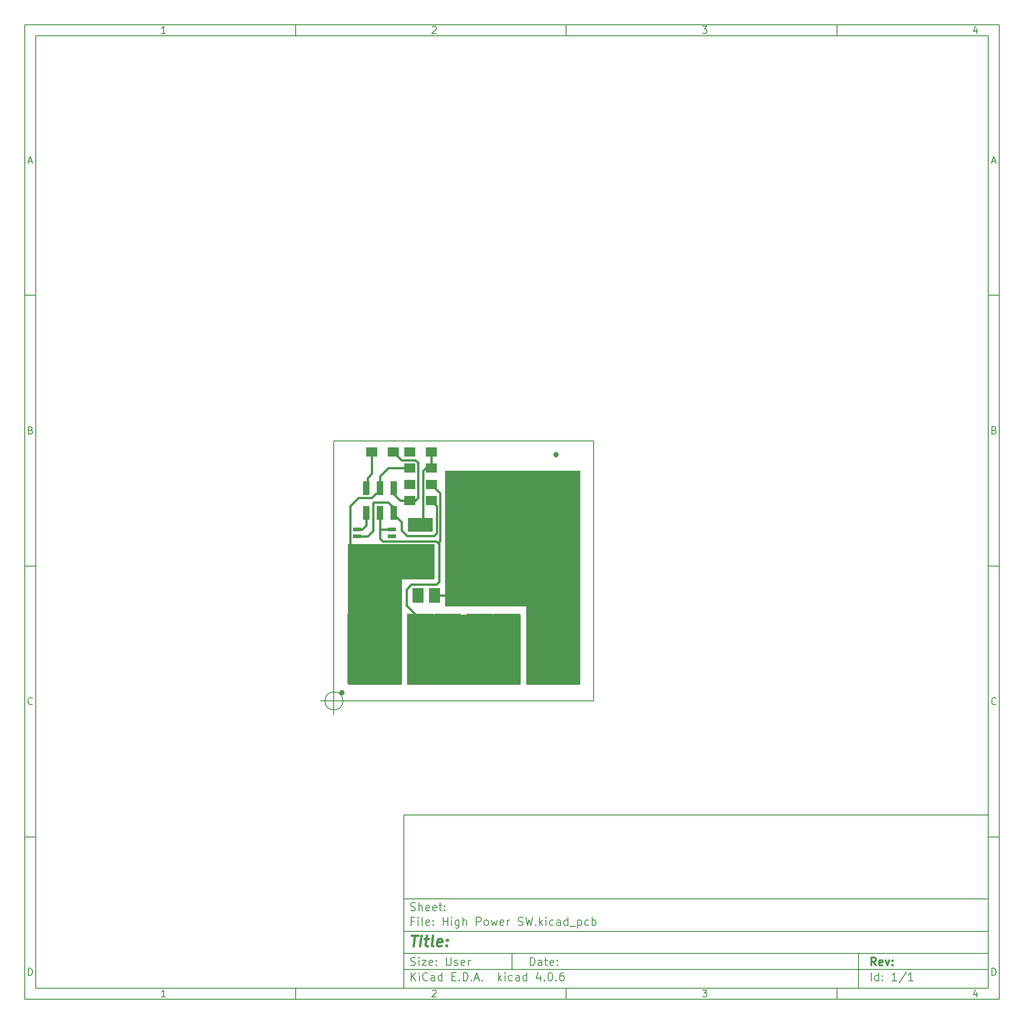
<source format=gbr>
G04 #@! TF.FileFunction,Copper,L1,Top,Signal*
%FSLAX46Y46*%
G04 Gerber Fmt 4.6, Leading zero omitted, Abs format (unit mm)*
G04 Created by KiCad (PCBNEW 4.0.6) date 06/24/17 18:29:06*
%MOMM*%
%LPD*%
G01*
G04 APERTURE LIST*
%ADD10C,0.100000*%
%ADD11C,0.150000*%
%ADD12C,0.300000*%
%ADD13C,0.400000*%
%ADD14R,1.000000X1.000000*%
%ADD15R,9.400000X10.800000*%
%ADD16R,4.600000X2.500000*%
%ADD17R,2.000000X1.700000*%
%ADD18C,1.000000*%
%ADD19R,1.500000X0.750000*%
%ADD20R,1.270000X2.540000*%
%ADD21R,2.000000X2.700000*%
%ADD22R,5.000000X5.000000*%
%ADD23R,5.000000X4.000000*%
%ADD24C,0.600000*%
%ADD25C,0.254000*%
G04 APERTURE END LIST*
D10*
D11*
X79999600Y-155999600D02*
X79999600Y-187999600D01*
X187999600Y-187999600D01*
X187999600Y-155999600D01*
X79999600Y-155999600D01*
D10*
D11*
X10000000Y-10000000D02*
X10000000Y-189999600D01*
X189999600Y-189999600D01*
X189999600Y-10000000D01*
X10000000Y-10000000D01*
D10*
D11*
X12000000Y-12000000D02*
X12000000Y-187999600D01*
X187999600Y-187999600D01*
X187999600Y-12000000D01*
X12000000Y-12000000D01*
D10*
D11*
X60000000Y-12000000D02*
X60000000Y-10000000D01*
D10*
D11*
X110000000Y-12000000D02*
X110000000Y-10000000D01*
D10*
D11*
X160000000Y-12000000D02*
X160000000Y-10000000D01*
D10*
D11*
X35990476Y-11588095D02*
X35247619Y-11588095D01*
X35619048Y-11588095D02*
X35619048Y-10288095D01*
X35495238Y-10473810D01*
X35371429Y-10597619D01*
X35247619Y-10659524D01*
D10*
D11*
X85247619Y-10411905D02*
X85309524Y-10350000D01*
X85433333Y-10288095D01*
X85742857Y-10288095D01*
X85866667Y-10350000D01*
X85928571Y-10411905D01*
X85990476Y-10535714D01*
X85990476Y-10659524D01*
X85928571Y-10845238D01*
X85185714Y-11588095D01*
X85990476Y-11588095D01*
D10*
D11*
X135185714Y-10288095D02*
X135990476Y-10288095D01*
X135557143Y-10783333D01*
X135742857Y-10783333D01*
X135866667Y-10845238D01*
X135928571Y-10907143D01*
X135990476Y-11030952D01*
X135990476Y-11340476D01*
X135928571Y-11464286D01*
X135866667Y-11526190D01*
X135742857Y-11588095D01*
X135371429Y-11588095D01*
X135247619Y-11526190D01*
X135185714Y-11464286D01*
D10*
D11*
X185866667Y-10721429D02*
X185866667Y-11588095D01*
X185557143Y-10226190D02*
X185247619Y-11154762D01*
X186052381Y-11154762D01*
D10*
D11*
X60000000Y-187999600D02*
X60000000Y-189999600D01*
D10*
D11*
X110000000Y-187999600D02*
X110000000Y-189999600D01*
D10*
D11*
X160000000Y-187999600D02*
X160000000Y-189999600D01*
D10*
D11*
X35990476Y-189587695D02*
X35247619Y-189587695D01*
X35619048Y-189587695D02*
X35619048Y-188287695D01*
X35495238Y-188473410D01*
X35371429Y-188597219D01*
X35247619Y-188659124D01*
D10*
D11*
X85247619Y-188411505D02*
X85309524Y-188349600D01*
X85433333Y-188287695D01*
X85742857Y-188287695D01*
X85866667Y-188349600D01*
X85928571Y-188411505D01*
X85990476Y-188535314D01*
X85990476Y-188659124D01*
X85928571Y-188844838D01*
X85185714Y-189587695D01*
X85990476Y-189587695D01*
D10*
D11*
X135185714Y-188287695D02*
X135990476Y-188287695D01*
X135557143Y-188782933D01*
X135742857Y-188782933D01*
X135866667Y-188844838D01*
X135928571Y-188906743D01*
X135990476Y-189030552D01*
X135990476Y-189340076D01*
X135928571Y-189463886D01*
X135866667Y-189525790D01*
X135742857Y-189587695D01*
X135371429Y-189587695D01*
X135247619Y-189525790D01*
X135185714Y-189463886D01*
D10*
D11*
X185866667Y-188721029D02*
X185866667Y-189587695D01*
X185557143Y-188225790D02*
X185247619Y-189154362D01*
X186052381Y-189154362D01*
D10*
D11*
X10000000Y-60000000D02*
X12000000Y-60000000D01*
D10*
D11*
X10000000Y-110000000D02*
X12000000Y-110000000D01*
D10*
D11*
X10000000Y-160000000D02*
X12000000Y-160000000D01*
D10*
D11*
X10690476Y-35216667D02*
X11309524Y-35216667D01*
X10566667Y-35588095D02*
X11000000Y-34288095D01*
X11433333Y-35588095D01*
D10*
D11*
X11092857Y-84907143D02*
X11278571Y-84969048D01*
X11340476Y-85030952D01*
X11402381Y-85154762D01*
X11402381Y-85340476D01*
X11340476Y-85464286D01*
X11278571Y-85526190D01*
X11154762Y-85588095D01*
X10659524Y-85588095D01*
X10659524Y-84288095D01*
X11092857Y-84288095D01*
X11216667Y-84350000D01*
X11278571Y-84411905D01*
X11340476Y-84535714D01*
X11340476Y-84659524D01*
X11278571Y-84783333D01*
X11216667Y-84845238D01*
X11092857Y-84907143D01*
X10659524Y-84907143D01*
D10*
D11*
X11402381Y-135464286D02*
X11340476Y-135526190D01*
X11154762Y-135588095D01*
X11030952Y-135588095D01*
X10845238Y-135526190D01*
X10721429Y-135402381D01*
X10659524Y-135278571D01*
X10597619Y-135030952D01*
X10597619Y-134845238D01*
X10659524Y-134597619D01*
X10721429Y-134473810D01*
X10845238Y-134350000D01*
X11030952Y-134288095D01*
X11154762Y-134288095D01*
X11340476Y-134350000D01*
X11402381Y-134411905D01*
D10*
D11*
X10659524Y-185588095D02*
X10659524Y-184288095D01*
X10969048Y-184288095D01*
X11154762Y-184350000D01*
X11278571Y-184473810D01*
X11340476Y-184597619D01*
X11402381Y-184845238D01*
X11402381Y-185030952D01*
X11340476Y-185278571D01*
X11278571Y-185402381D01*
X11154762Y-185526190D01*
X10969048Y-185588095D01*
X10659524Y-185588095D01*
D10*
D11*
X189999600Y-60000000D02*
X187999600Y-60000000D01*
D10*
D11*
X189999600Y-110000000D02*
X187999600Y-110000000D01*
D10*
D11*
X189999600Y-160000000D02*
X187999600Y-160000000D01*
D10*
D11*
X188690076Y-35216667D02*
X189309124Y-35216667D01*
X188566267Y-35588095D02*
X188999600Y-34288095D01*
X189432933Y-35588095D01*
D10*
D11*
X189092457Y-84907143D02*
X189278171Y-84969048D01*
X189340076Y-85030952D01*
X189401981Y-85154762D01*
X189401981Y-85340476D01*
X189340076Y-85464286D01*
X189278171Y-85526190D01*
X189154362Y-85588095D01*
X188659124Y-85588095D01*
X188659124Y-84288095D01*
X189092457Y-84288095D01*
X189216267Y-84350000D01*
X189278171Y-84411905D01*
X189340076Y-84535714D01*
X189340076Y-84659524D01*
X189278171Y-84783333D01*
X189216267Y-84845238D01*
X189092457Y-84907143D01*
X188659124Y-84907143D01*
D10*
D11*
X189401981Y-135464286D02*
X189340076Y-135526190D01*
X189154362Y-135588095D01*
X189030552Y-135588095D01*
X188844838Y-135526190D01*
X188721029Y-135402381D01*
X188659124Y-135278571D01*
X188597219Y-135030952D01*
X188597219Y-134845238D01*
X188659124Y-134597619D01*
X188721029Y-134473810D01*
X188844838Y-134350000D01*
X189030552Y-134288095D01*
X189154362Y-134288095D01*
X189340076Y-134350000D01*
X189401981Y-134411905D01*
D10*
D11*
X188659124Y-185588095D02*
X188659124Y-184288095D01*
X188968648Y-184288095D01*
X189154362Y-184350000D01*
X189278171Y-184473810D01*
X189340076Y-184597619D01*
X189401981Y-184845238D01*
X189401981Y-185030952D01*
X189340076Y-185278571D01*
X189278171Y-185402381D01*
X189154362Y-185526190D01*
X188968648Y-185588095D01*
X188659124Y-185588095D01*
D10*
D11*
X103356743Y-183778171D02*
X103356743Y-182278171D01*
X103713886Y-182278171D01*
X103928171Y-182349600D01*
X104071029Y-182492457D01*
X104142457Y-182635314D01*
X104213886Y-182921029D01*
X104213886Y-183135314D01*
X104142457Y-183421029D01*
X104071029Y-183563886D01*
X103928171Y-183706743D01*
X103713886Y-183778171D01*
X103356743Y-183778171D01*
X105499600Y-183778171D02*
X105499600Y-182992457D01*
X105428171Y-182849600D01*
X105285314Y-182778171D01*
X104999600Y-182778171D01*
X104856743Y-182849600D01*
X105499600Y-183706743D02*
X105356743Y-183778171D01*
X104999600Y-183778171D01*
X104856743Y-183706743D01*
X104785314Y-183563886D01*
X104785314Y-183421029D01*
X104856743Y-183278171D01*
X104999600Y-183206743D01*
X105356743Y-183206743D01*
X105499600Y-183135314D01*
X105999600Y-182778171D02*
X106571029Y-182778171D01*
X106213886Y-182278171D02*
X106213886Y-183563886D01*
X106285314Y-183706743D01*
X106428172Y-183778171D01*
X106571029Y-183778171D01*
X107642457Y-183706743D02*
X107499600Y-183778171D01*
X107213886Y-183778171D01*
X107071029Y-183706743D01*
X106999600Y-183563886D01*
X106999600Y-182992457D01*
X107071029Y-182849600D01*
X107213886Y-182778171D01*
X107499600Y-182778171D01*
X107642457Y-182849600D01*
X107713886Y-182992457D01*
X107713886Y-183135314D01*
X106999600Y-183278171D01*
X108356743Y-183635314D02*
X108428171Y-183706743D01*
X108356743Y-183778171D01*
X108285314Y-183706743D01*
X108356743Y-183635314D01*
X108356743Y-183778171D01*
X108356743Y-182849600D02*
X108428171Y-182921029D01*
X108356743Y-182992457D01*
X108285314Y-182921029D01*
X108356743Y-182849600D01*
X108356743Y-182992457D01*
D10*
D11*
X79999600Y-184499600D02*
X187999600Y-184499600D01*
D10*
D11*
X81356743Y-186578171D02*
X81356743Y-185078171D01*
X82213886Y-186578171D02*
X81571029Y-185721029D01*
X82213886Y-185078171D02*
X81356743Y-185935314D01*
X82856743Y-186578171D02*
X82856743Y-185578171D01*
X82856743Y-185078171D02*
X82785314Y-185149600D01*
X82856743Y-185221029D01*
X82928171Y-185149600D01*
X82856743Y-185078171D01*
X82856743Y-185221029D01*
X84428172Y-186435314D02*
X84356743Y-186506743D01*
X84142457Y-186578171D01*
X83999600Y-186578171D01*
X83785315Y-186506743D01*
X83642457Y-186363886D01*
X83571029Y-186221029D01*
X83499600Y-185935314D01*
X83499600Y-185721029D01*
X83571029Y-185435314D01*
X83642457Y-185292457D01*
X83785315Y-185149600D01*
X83999600Y-185078171D01*
X84142457Y-185078171D01*
X84356743Y-185149600D01*
X84428172Y-185221029D01*
X85713886Y-186578171D02*
X85713886Y-185792457D01*
X85642457Y-185649600D01*
X85499600Y-185578171D01*
X85213886Y-185578171D01*
X85071029Y-185649600D01*
X85713886Y-186506743D02*
X85571029Y-186578171D01*
X85213886Y-186578171D01*
X85071029Y-186506743D01*
X84999600Y-186363886D01*
X84999600Y-186221029D01*
X85071029Y-186078171D01*
X85213886Y-186006743D01*
X85571029Y-186006743D01*
X85713886Y-185935314D01*
X87071029Y-186578171D02*
X87071029Y-185078171D01*
X87071029Y-186506743D02*
X86928172Y-186578171D01*
X86642458Y-186578171D01*
X86499600Y-186506743D01*
X86428172Y-186435314D01*
X86356743Y-186292457D01*
X86356743Y-185863886D01*
X86428172Y-185721029D01*
X86499600Y-185649600D01*
X86642458Y-185578171D01*
X86928172Y-185578171D01*
X87071029Y-185649600D01*
X88928172Y-185792457D02*
X89428172Y-185792457D01*
X89642458Y-186578171D02*
X88928172Y-186578171D01*
X88928172Y-185078171D01*
X89642458Y-185078171D01*
X90285315Y-186435314D02*
X90356743Y-186506743D01*
X90285315Y-186578171D01*
X90213886Y-186506743D01*
X90285315Y-186435314D01*
X90285315Y-186578171D01*
X90999601Y-186578171D02*
X90999601Y-185078171D01*
X91356744Y-185078171D01*
X91571029Y-185149600D01*
X91713887Y-185292457D01*
X91785315Y-185435314D01*
X91856744Y-185721029D01*
X91856744Y-185935314D01*
X91785315Y-186221029D01*
X91713887Y-186363886D01*
X91571029Y-186506743D01*
X91356744Y-186578171D01*
X90999601Y-186578171D01*
X92499601Y-186435314D02*
X92571029Y-186506743D01*
X92499601Y-186578171D01*
X92428172Y-186506743D01*
X92499601Y-186435314D01*
X92499601Y-186578171D01*
X93142458Y-186149600D02*
X93856744Y-186149600D01*
X92999601Y-186578171D02*
X93499601Y-185078171D01*
X93999601Y-186578171D01*
X94499601Y-186435314D02*
X94571029Y-186506743D01*
X94499601Y-186578171D01*
X94428172Y-186506743D01*
X94499601Y-186435314D01*
X94499601Y-186578171D01*
X97499601Y-186578171D02*
X97499601Y-185078171D01*
X97642458Y-186006743D02*
X98071029Y-186578171D01*
X98071029Y-185578171D02*
X97499601Y-186149600D01*
X98713887Y-186578171D02*
X98713887Y-185578171D01*
X98713887Y-185078171D02*
X98642458Y-185149600D01*
X98713887Y-185221029D01*
X98785315Y-185149600D01*
X98713887Y-185078171D01*
X98713887Y-185221029D01*
X100071030Y-186506743D02*
X99928173Y-186578171D01*
X99642459Y-186578171D01*
X99499601Y-186506743D01*
X99428173Y-186435314D01*
X99356744Y-186292457D01*
X99356744Y-185863886D01*
X99428173Y-185721029D01*
X99499601Y-185649600D01*
X99642459Y-185578171D01*
X99928173Y-185578171D01*
X100071030Y-185649600D01*
X101356744Y-186578171D02*
X101356744Y-185792457D01*
X101285315Y-185649600D01*
X101142458Y-185578171D01*
X100856744Y-185578171D01*
X100713887Y-185649600D01*
X101356744Y-186506743D02*
X101213887Y-186578171D01*
X100856744Y-186578171D01*
X100713887Y-186506743D01*
X100642458Y-186363886D01*
X100642458Y-186221029D01*
X100713887Y-186078171D01*
X100856744Y-186006743D01*
X101213887Y-186006743D01*
X101356744Y-185935314D01*
X102713887Y-186578171D02*
X102713887Y-185078171D01*
X102713887Y-186506743D02*
X102571030Y-186578171D01*
X102285316Y-186578171D01*
X102142458Y-186506743D01*
X102071030Y-186435314D01*
X101999601Y-186292457D01*
X101999601Y-185863886D01*
X102071030Y-185721029D01*
X102142458Y-185649600D01*
X102285316Y-185578171D01*
X102571030Y-185578171D01*
X102713887Y-185649600D01*
X105213887Y-185578171D02*
X105213887Y-186578171D01*
X104856744Y-185006743D02*
X104499601Y-186078171D01*
X105428173Y-186078171D01*
X105999601Y-186435314D02*
X106071029Y-186506743D01*
X105999601Y-186578171D01*
X105928172Y-186506743D01*
X105999601Y-186435314D01*
X105999601Y-186578171D01*
X106999601Y-185078171D02*
X107142458Y-185078171D01*
X107285315Y-185149600D01*
X107356744Y-185221029D01*
X107428173Y-185363886D01*
X107499601Y-185649600D01*
X107499601Y-186006743D01*
X107428173Y-186292457D01*
X107356744Y-186435314D01*
X107285315Y-186506743D01*
X107142458Y-186578171D01*
X106999601Y-186578171D01*
X106856744Y-186506743D01*
X106785315Y-186435314D01*
X106713887Y-186292457D01*
X106642458Y-186006743D01*
X106642458Y-185649600D01*
X106713887Y-185363886D01*
X106785315Y-185221029D01*
X106856744Y-185149600D01*
X106999601Y-185078171D01*
X108142458Y-186435314D02*
X108213886Y-186506743D01*
X108142458Y-186578171D01*
X108071029Y-186506743D01*
X108142458Y-186435314D01*
X108142458Y-186578171D01*
X109499601Y-185078171D02*
X109213887Y-185078171D01*
X109071030Y-185149600D01*
X108999601Y-185221029D01*
X108856744Y-185435314D01*
X108785315Y-185721029D01*
X108785315Y-186292457D01*
X108856744Y-186435314D01*
X108928172Y-186506743D01*
X109071030Y-186578171D01*
X109356744Y-186578171D01*
X109499601Y-186506743D01*
X109571030Y-186435314D01*
X109642458Y-186292457D01*
X109642458Y-185935314D01*
X109571030Y-185792457D01*
X109499601Y-185721029D01*
X109356744Y-185649600D01*
X109071030Y-185649600D01*
X108928172Y-185721029D01*
X108856744Y-185792457D01*
X108785315Y-185935314D01*
D10*
D11*
X79999600Y-181499600D02*
X187999600Y-181499600D01*
D10*
D12*
X167213886Y-183778171D02*
X166713886Y-183063886D01*
X166356743Y-183778171D02*
X166356743Y-182278171D01*
X166928171Y-182278171D01*
X167071029Y-182349600D01*
X167142457Y-182421029D01*
X167213886Y-182563886D01*
X167213886Y-182778171D01*
X167142457Y-182921029D01*
X167071029Y-182992457D01*
X166928171Y-183063886D01*
X166356743Y-183063886D01*
X168428171Y-183706743D02*
X168285314Y-183778171D01*
X167999600Y-183778171D01*
X167856743Y-183706743D01*
X167785314Y-183563886D01*
X167785314Y-182992457D01*
X167856743Y-182849600D01*
X167999600Y-182778171D01*
X168285314Y-182778171D01*
X168428171Y-182849600D01*
X168499600Y-182992457D01*
X168499600Y-183135314D01*
X167785314Y-183278171D01*
X168999600Y-182778171D02*
X169356743Y-183778171D01*
X169713885Y-182778171D01*
X170285314Y-183635314D02*
X170356742Y-183706743D01*
X170285314Y-183778171D01*
X170213885Y-183706743D01*
X170285314Y-183635314D01*
X170285314Y-183778171D01*
X170285314Y-182849600D02*
X170356742Y-182921029D01*
X170285314Y-182992457D01*
X170213885Y-182921029D01*
X170285314Y-182849600D01*
X170285314Y-182992457D01*
D10*
D11*
X81285314Y-183706743D02*
X81499600Y-183778171D01*
X81856743Y-183778171D01*
X81999600Y-183706743D01*
X82071029Y-183635314D01*
X82142457Y-183492457D01*
X82142457Y-183349600D01*
X82071029Y-183206743D01*
X81999600Y-183135314D01*
X81856743Y-183063886D01*
X81571029Y-182992457D01*
X81428171Y-182921029D01*
X81356743Y-182849600D01*
X81285314Y-182706743D01*
X81285314Y-182563886D01*
X81356743Y-182421029D01*
X81428171Y-182349600D01*
X81571029Y-182278171D01*
X81928171Y-182278171D01*
X82142457Y-182349600D01*
X82785314Y-183778171D02*
X82785314Y-182778171D01*
X82785314Y-182278171D02*
X82713885Y-182349600D01*
X82785314Y-182421029D01*
X82856742Y-182349600D01*
X82785314Y-182278171D01*
X82785314Y-182421029D01*
X83356743Y-182778171D02*
X84142457Y-182778171D01*
X83356743Y-183778171D01*
X84142457Y-183778171D01*
X85285314Y-183706743D02*
X85142457Y-183778171D01*
X84856743Y-183778171D01*
X84713886Y-183706743D01*
X84642457Y-183563886D01*
X84642457Y-182992457D01*
X84713886Y-182849600D01*
X84856743Y-182778171D01*
X85142457Y-182778171D01*
X85285314Y-182849600D01*
X85356743Y-182992457D01*
X85356743Y-183135314D01*
X84642457Y-183278171D01*
X85999600Y-183635314D02*
X86071028Y-183706743D01*
X85999600Y-183778171D01*
X85928171Y-183706743D01*
X85999600Y-183635314D01*
X85999600Y-183778171D01*
X85999600Y-182849600D02*
X86071028Y-182921029D01*
X85999600Y-182992457D01*
X85928171Y-182921029D01*
X85999600Y-182849600D01*
X85999600Y-182992457D01*
X87856743Y-182278171D02*
X87856743Y-183492457D01*
X87928171Y-183635314D01*
X87999600Y-183706743D01*
X88142457Y-183778171D01*
X88428171Y-183778171D01*
X88571029Y-183706743D01*
X88642457Y-183635314D01*
X88713886Y-183492457D01*
X88713886Y-182278171D01*
X89356743Y-183706743D02*
X89499600Y-183778171D01*
X89785315Y-183778171D01*
X89928172Y-183706743D01*
X89999600Y-183563886D01*
X89999600Y-183492457D01*
X89928172Y-183349600D01*
X89785315Y-183278171D01*
X89571029Y-183278171D01*
X89428172Y-183206743D01*
X89356743Y-183063886D01*
X89356743Y-182992457D01*
X89428172Y-182849600D01*
X89571029Y-182778171D01*
X89785315Y-182778171D01*
X89928172Y-182849600D01*
X91213886Y-183706743D02*
X91071029Y-183778171D01*
X90785315Y-183778171D01*
X90642458Y-183706743D01*
X90571029Y-183563886D01*
X90571029Y-182992457D01*
X90642458Y-182849600D01*
X90785315Y-182778171D01*
X91071029Y-182778171D01*
X91213886Y-182849600D01*
X91285315Y-182992457D01*
X91285315Y-183135314D01*
X90571029Y-183278171D01*
X91928172Y-183778171D02*
X91928172Y-182778171D01*
X91928172Y-183063886D02*
X91999600Y-182921029D01*
X92071029Y-182849600D01*
X92213886Y-182778171D01*
X92356743Y-182778171D01*
D10*
D11*
X166356743Y-186578171D02*
X166356743Y-185078171D01*
X167713886Y-186578171D02*
X167713886Y-185078171D01*
X167713886Y-186506743D02*
X167571029Y-186578171D01*
X167285315Y-186578171D01*
X167142457Y-186506743D01*
X167071029Y-186435314D01*
X166999600Y-186292457D01*
X166999600Y-185863886D01*
X167071029Y-185721029D01*
X167142457Y-185649600D01*
X167285315Y-185578171D01*
X167571029Y-185578171D01*
X167713886Y-185649600D01*
X168428172Y-186435314D02*
X168499600Y-186506743D01*
X168428172Y-186578171D01*
X168356743Y-186506743D01*
X168428172Y-186435314D01*
X168428172Y-186578171D01*
X168428172Y-185649600D02*
X168499600Y-185721029D01*
X168428172Y-185792457D01*
X168356743Y-185721029D01*
X168428172Y-185649600D01*
X168428172Y-185792457D01*
X171071029Y-186578171D02*
X170213886Y-186578171D01*
X170642458Y-186578171D02*
X170642458Y-185078171D01*
X170499601Y-185292457D01*
X170356743Y-185435314D01*
X170213886Y-185506743D01*
X172785314Y-185006743D02*
X171499600Y-186935314D01*
X174071029Y-186578171D02*
X173213886Y-186578171D01*
X173642458Y-186578171D02*
X173642458Y-185078171D01*
X173499601Y-185292457D01*
X173356743Y-185435314D01*
X173213886Y-185506743D01*
D10*
D11*
X79999600Y-177499600D02*
X187999600Y-177499600D01*
D10*
D13*
X81451981Y-178204362D02*
X82594838Y-178204362D01*
X81773410Y-180204362D02*
X82023410Y-178204362D01*
X83011505Y-180204362D02*
X83178171Y-178871029D01*
X83261505Y-178204362D02*
X83154362Y-178299600D01*
X83237695Y-178394838D01*
X83344839Y-178299600D01*
X83261505Y-178204362D01*
X83237695Y-178394838D01*
X83844838Y-178871029D02*
X84606743Y-178871029D01*
X84213886Y-178204362D02*
X83999600Y-179918648D01*
X84071030Y-180109124D01*
X84249601Y-180204362D01*
X84440077Y-180204362D01*
X85392458Y-180204362D02*
X85213887Y-180109124D01*
X85142457Y-179918648D01*
X85356743Y-178204362D01*
X86928172Y-180109124D02*
X86725791Y-180204362D01*
X86344839Y-180204362D01*
X86166267Y-180109124D01*
X86094838Y-179918648D01*
X86190076Y-179156743D01*
X86309124Y-178966267D01*
X86511505Y-178871029D01*
X86892457Y-178871029D01*
X87071029Y-178966267D01*
X87142457Y-179156743D01*
X87118648Y-179347219D01*
X86142457Y-179537695D01*
X87892457Y-180013886D02*
X87975792Y-180109124D01*
X87868648Y-180204362D01*
X87785315Y-180109124D01*
X87892457Y-180013886D01*
X87868648Y-180204362D01*
X88023410Y-178966267D02*
X88106744Y-179061505D01*
X87999600Y-179156743D01*
X87916267Y-179061505D01*
X88023410Y-178966267D01*
X87999600Y-179156743D01*
D10*
D11*
X81856743Y-175592457D02*
X81356743Y-175592457D01*
X81356743Y-176378171D02*
X81356743Y-174878171D01*
X82071029Y-174878171D01*
X82642457Y-176378171D02*
X82642457Y-175378171D01*
X82642457Y-174878171D02*
X82571028Y-174949600D01*
X82642457Y-175021029D01*
X82713885Y-174949600D01*
X82642457Y-174878171D01*
X82642457Y-175021029D01*
X83571029Y-176378171D02*
X83428171Y-176306743D01*
X83356743Y-176163886D01*
X83356743Y-174878171D01*
X84713885Y-176306743D02*
X84571028Y-176378171D01*
X84285314Y-176378171D01*
X84142457Y-176306743D01*
X84071028Y-176163886D01*
X84071028Y-175592457D01*
X84142457Y-175449600D01*
X84285314Y-175378171D01*
X84571028Y-175378171D01*
X84713885Y-175449600D01*
X84785314Y-175592457D01*
X84785314Y-175735314D01*
X84071028Y-175878171D01*
X85428171Y-176235314D02*
X85499599Y-176306743D01*
X85428171Y-176378171D01*
X85356742Y-176306743D01*
X85428171Y-176235314D01*
X85428171Y-176378171D01*
X85428171Y-175449600D02*
X85499599Y-175521029D01*
X85428171Y-175592457D01*
X85356742Y-175521029D01*
X85428171Y-175449600D01*
X85428171Y-175592457D01*
X87285314Y-176378171D02*
X87285314Y-174878171D01*
X87285314Y-175592457D02*
X88142457Y-175592457D01*
X88142457Y-176378171D02*
X88142457Y-174878171D01*
X88856743Y-176378171D02*
X88856743Y-175378171D01*
X88856743Y-174878171D02*
X88785314Y-174949600D01*
X88856743Y-175021029D01*
X88928171Y-174949600D01*
X88856743Y-174878171D01*
X88856743Y-175021029D01*
X90213886Y-175378171D02*
X90213886Y-176592457D01*
X90142457Y-176735314D01*
X90071029Y-176806743D01*
X89928172Y-176878171D01*
X89713886Y-176878171D01*
X89571029Y-176806743D01*
X90213886Y-176306743D02*
X90071029Y-176378171D01*
X89785315Y-176378171D01*
X89642457Y-176306743D01*
X89571029Y-176235314D01*
X89499600Y-176092457D01*
X89499600Y-175663886D01*
X89571029Y-175521029D01*
X89642457Y-175449600D01*
X89785315Y-175378171D01*
X90071029Y-175378171D01*
X90213886Y-175449600D01*
X90928172Y-176378171D02*
X90928172Y-174878171D01*
X91571029Y-176378171D02*
X91571029Y-175592457D01*
X91499600Y-175449600D01*
X91356743Y-175378171D01*
X91142458Y-175378171D01*
X90999600Y-175449600D01*
X90928172Y-175521029D01*
X93428172Y-176378171D02*
X93428172Y-174878171D01*
X93999600Y-174878171D01*
X94142458Y-174949600D01*
X94213886Y-175021029D01*
X94285315Y-175163886D01*
X94285315Y-175378171D01*
X94213886Y-175521029D01*
X94142458Y-175592457D01*
X93999600Y-175663886D01*
X93428172Y-175663886D01*
X95142458Y-176378171D02*
X94999600Y-176306743D01*
X94928172Y-176235314D01*
X94856743Y-176092457D01*
X94856743Y-175663886D01*
X94928172Y-175521029D01*
X94999600Y-175449600D01*
X95142458Y-175378171D01*
X95356743Y-175378171D01*
X95499600Y-175449600D01*
X95571029Y-175521029D01*
X95642458Y-175663886D01*
X95642458Y-176092457D01*
X95571029Y-176235314D01*
X95499600Y-176306743D01*
X95356743Y-176378171D01*
X95142458Y-176378171D01*
X96142458Y-175378171D02*
X96428172Y-176378171D01*
X96713886Y-175663886D01*
X96999601Y-176378171D01*
X97285315Y-175378171D01*
X98428172Y-176306743D02*
X98285315Y-176378171D01*
X97999601Y-176378171D01*
X97856744Y-176306743D01*
X97785315Y-176163886D01*
X97785315Y-175592457D01*
X97856744Y-175449600D01*
X97999601Y-175378171D01*
X98285315Y-175378171D01*
X98428172Y-175449600D01*
X98499601Y-175592457D01*
X98499601Y-175735314D01*
X97785315Y-175878171D01*
X99142458Y-176378171D02*
X99142458Y-175378171D01*
X99142458Y-175663886D02*
X99213886Y-175521029D01*
X99285315Y-175449600D01*
X99428172Y-175378171D01*
X99571029Y-175378171D01*
X101142457Y-176306743D02*
X101356743Y-176378171D01*
X101713886Y-176378171D01*
X101856743Y-176306743D01*
X101928172Y-176235314D01*
X101999600Y-176092457D01*
X101999600Y-175949600D01*
X101928172Y-175806743D01*
X101856743Y-175735314D01*
X101713886Y-175663886D01*
X101428172Y-175592457D01*
X101285314Y-175521029D01*
X101213886Y-175449600D01*
X101142457Y-175306743D01*
X101142457Y-175163886D01*
X101213886Y-175021029D01*
X101285314Y-174949600D01*
X101428172Y-174878171D01*
X101785314Y-174878171D01*
X101999600Y-174949600D01*
X102499600Y-174878171D02*
X102856743Y-176378171D01*
X103142457Y-175306743D01*
X103428171Y-176378171D01*
X103785314Y-174878171D01*
X104356743Y-176235314D02*
X104428171Y-176306743D01*
X104356743Y-176378171D01*
X104285314Y-176306743D01*
X104356743Y-176235314D01*
X104356743Y-176378171D01*
X105071029Y-176378171D02*
X105071029Y-174878171D01*
X105213886Y-175806743D02*
X105642457Y-176378171D01*
X105642457Y-175378171D02*
X105071029Y-175949600D01*
X106285315Y-176378171D02*
X106285315Y-175378171D01*
X106285315Y-174878171D02*
X106213886Y-174949600D01*
X106285315Y-175021029D01*
X106356743Y-174949600D01*
X106285315Y-174878171D01*
X106285315Y-175021029D01*
X107642458Y-176306743D02*
X107499601Y-176378171D01*
X107213887Y-176378171D01*
X107071029Y-176306743D01*
X106999601Y-176235314D01*
X106928172Y-176092457D01*
X106928172Y-175663886D01*
X106999601Y-175521029D01*
X107071029Y-175449600D01*
X107213887Y-175378171D01*
X107499601Y-175378171D01*
X107642458Y-175449600D01*
X108928172Y-176378171D02*
X108928172Y-175592457D01*
X108856743Y-175449600D01*
X108713886Y-175378171D01*
X108428172Y-175378171D01*
X108285315Y-175449600D01*
X108928172Y-176306743D02*
X108785315Y-176378171D01*
X108428172Y-176378171D01*
X108285315Y-176306743D01*
X108213886Y-176163886D01*
X108213886Y-176021029D01*
X108285315Y-175878171D01*
X108428172Y-175806743D01*
X108785315Y-175806743D01*
X108928172Y-175735314D01*
X110285315Y-176378171D02*
X110285315Y-174878171D01*
X110285315Y-176306743D02*
X110142458Y-176378171D01*
X109856744Y-176378171D01*
X109713886Y-176306743D01*
X109642458Y-176235314D01*
X109571029Y-176092457D01*
X109571029Y-175663886D01*
X109642458Y-175521029D01*
X109713886Y-175449600D01*
X109856744Y-175378171D01*
X110142458Y-175378171D01*
X110285315Y-175449600D01*
X110642458Y-176521029D02*
X111785315Y-176521029D01*
X112142458Y-175378171D02*
X112142458Y-176878171D01*
X112142458Y-175449600D02*
X112285315Y-175378171D01*
X112571029Y-175378171D01*
X112713886Y-175449600D01*
X112785315Y-175521029D01*
X112856744Y-175663886D01*
X112856744Y-176092457D01*
X112785315Y-176235314D01*
X112713886Y-176306743D01*
X112571029Y-176378171D01*
X112285315Y-176378171D01*
X112142458Y-176306743D01*
X114142458Y-176306743D02*
X113999601Y-176378171D01*
X113713887Y-176378171D01*
X113571029Y-176306743D01*
X113499601Y-176235314D01*
X113428172Y-176092457D01*
X113428172Y-175663886D01*
X113499601Y-175521029D01*
X113571029Y-175449600D01*
X113713887Y-175378171D01*
X113999601Y-175378171D01*
X114142458Y-175449600D01*
X114785315Y-176378171D02*
X114785315Y-174878171D01*
X114785315Y-175449600D02*
X114928172Y-175378171D01*
X115213886Y-175378171D01*
X115356743Y-175449600D01*
X115428172Y-175521029D01*
X115499601Y-175663886D01*
X115499601Y-176092457D01*
X115428172Y-176235314D01*
X115356743Y-176306743D01*
X115213886Y-176378171D01*
X114928172Y-176378171D01*
X114785315Y-176306743D01*
D10*
D11*
X79999600Y-171499600D02*
X187999600Y-171499600D01*
D10*
D11*
X81285314Y-173606743D02*
X81499600Y-173678171D01*
X81856743Y-173678171D01*
X81999600Y-173606743D01*
X82071029Y-173535314D01*
X82142457Y-173392457D01*
X82142457Y-173249600D01*
X82071029Y-173106743D01*
X81999600Y-173035314D01*
X81856743Y-172963886D01*
X81571029Y-172892457D01*
X81428171Y-172821029D01*
X81356743Y-172749600D01*
X81285314Y-172606743D01*
X81285314Y-172463886D01*
X81356743Y-172321029D01*
X81428171Y-172249600D01*
X81571029Y-172178171D01*
X81928171Y-172178171D01*
X82142457Y-172249600D01*
X82785314Y-173678171D02*
X82785314Y-172178171D01*
X83428171Y-173678171D02*
X83428171Y-172892457D01*
X83356742Y-172749600D01*
X83213885Y-172678171D01*
X82999600Y-172678171D01*
X82856742Y-172749600D01*
X82785314Y-172821029D01*
X84713885Y-173606743D02*
X84571028Y-173678171D01*
X84285314Y-173678171D01*
X84142457Y-173606743D01*
X84071028Y-173463886D01*
X84071028Y-172892457D01*
X84142457Y-172749600D01*
X84285314Y-172678171D01*
X84571028Y-172678171D01*
X84713885Y-172749600D01*
X84785314Y-172892457D01*
X84785314Y-173035314D01*
X84071028Y-173178171D01*
X85999599Y-173606743D02*
X85856742Y-173678171D01*
X85571028Y-173678171D01*
X85428171Y-173606743D01*
X85356742Y-173463886D01*
X85356742Y-172892457D01*
X85428171Y-172749600D01*
X85571028Y-172678171D01*
X85856742Y-172678171D01*
X85999599Y-172749600D01*
X86071028Y-172892457D01*
X86071028Y-173035314D01*
X85356742Y-173178171D01*
X86499599Y-172678171D02*
X87071028Y-172678171D01*
X86713885Y-172178171D02*
X86713885Y-173463886D01*
X86785313Y-173606743D01*
X86928171Y-173678171D01*
X87071028Y-173678171D01*
X87571028Y-173535314D02*
X87642456Y-173606743D01*
X87571028Y-173678171D01*
X87499599Y-173606743D01*
X87571028Y-173535314D01*
X87571028Y-173678171D01*
X87571028Y-172749600D02*
X87642456Y-172821029D01*
X87571028Y-172892457D01*
X87499599Y-172821029D01*
X87571028Y-172749600D01*
X87571028Y-172892457D01*
D10*
D11*
X99999600Y-181499600D02*
X99999600Y-184499600D01*
D10*
D11*
X163999600Y-181499600D02*
X163999600Y-187999600D01*
X68766666Y-134900000D02*
G75*
G03X68766666Y-134900000I-1666666J0D01*
G01*
X64600000Y-134900000D02*
X69600000Y-134900000D01*
X67100000Y-132400000D02*
X67100000Y-137400000D01*
X115100000Y-134900000D02*
X67100000Y-134900000D01*
X115100000Y-86900000D02*
X115100000Y-134900000D01*
X113100000Y-86900000D02*
X115100000Y-86900000D01*
X67100000Y-86900000D02*
X113100000Y-86900000D01*
X67100000Y-134900000D02*
X67100000Y-86900000D01*
X68766666Y-134900000D02*
G75*
G03X68766666Y-134900000I-1666666J0D01*
G01*
X64600000Y-134900000D02*
X69600000Y-134900000D01*
X67100000Y-132400000D02*
X67100000Y-137400000D01*
D14*
X108100000Y-115900000D03*
X108100000Y-114900000D03*
X108100000Y-112900000D03*
X108100000Y-113900000D03*
X108100000Y-109900000D03*
X108100000Y-108900000D03*
X108100000Y-110900000D03*
X108100000Y-111900000D03*
X108100000Y-106900000D03*
X108100000Y-107900000D03*
X108100000Y-97900000D03*
X108100000Y-96900000D03*
X108100000Y-101900000D03*
X108100000Y-100900000D03*
X108100000Y-98900000D03*
X108100000Y-99900000D03*
X108100000Y-103900000D03*
X108100000Y-102900000D03*
X108100000Y-104900000D03*
X108100000Y-105900000D03*
X108100000Y-94900000D03*
X108100000Y-93900000D03*
X108100000Y-95900000D03*
X108100000Y-116900000D03*
X108100000Y-92900000D03*
X109100000Y-92900000D03*
X109100000Y-116900000D03*
X109100000Y-95900000D03*
X109100000Y-93900000D03*
X109100000Y-94900000D03*
X109100000Y-105900000D03*
X109100000Y-104900000D03*
X109100000Y-102900000D03*
X109100000Y-103900000D03*
X109100000Y-99900000D03*
X109100000Y-98900000D03*
X109100000Y-100900000D03*
X109100000Y-101900000D03*
X109100000Y-96900000D03*
X109100000Y-97900000D03*
X109100000Y-107900000D03*
X109100000Y-106900000D03*
X109100000Y-111900000D03*
X109100000Y-110900000D03*
X109100000Y-108900000D03*
X109100000Y-109900000D03*
X109100000Y-113900000D03*
X109100000Y-112900000D03*
X109100000Y-114900000D03*
X109100000Y-115900000D03*
X111100000Y-115900000D03*
X111100000Y-114900000D03*
X111100000Y-112900000D03*
X111100000Y-113900000D03*
X111100000Y-109900000D03*
X111100000Y-108900000D03*
X111100000Y-110900000D03*
X111100000Y-111900000D03*
X111100000Y-106900000D03*
X111100000Y-107900000D03*
X111100000Y-97900000D03*
X111100000Y-96900000D03*
X111100000Y-101900000D03*
X111100000Y-100900000D03*
X111100000Y-98900000D03*
X111100000Y-99900000D03*
X111100000Y-103900000D03*
X111100000Y-102900000D03*
X111100000Y-104900000D03*
X111100000Y-105900000D03*
X111100000Y-94900000D03*
X111100000Y-93900000D03*
X111100000Y-95900000D03*
X111100000Y-116900000D03*
X111100000Y-92900000D03*
X110100000Y-92900000D03*
X110100000Y-116900000D03*
X110100000Y-95900000D03*
X110100000Y-93900000D03*
X110100000Y-94900000D03*
X110100000Y-105900000D03*
X110100000Y-104900000D03*
X110100000Y-102900000D03*
X110100000Y-103900000D03*
X110100000Y-99900000D03*
X110100000Y-98900000D03*
X110100000Y-100900000D03*
X110100000Y-101900000D03*
X110100000Y-96900000D03*
X110100000Y-97900000D03*
X110100000Y-107900000D03*
X110100000Y-106900000D03*
X110100000Y-111900000D03*
X110100000Y-110900000D03*
X110100000Y-108900000D03*
X110100000Y-109900000D03*
X110100000Y-113900000D03*
X110100000Y-112900000D03*
X110100000Y-114900000D03*
X110100000Y-115900000D03*
X112100000Y-92900000D03*
X112100000Y-116900000D03*
X112100000Y-95900000D03*
X112100000Y-93900000D03*
X112100000Y-94900000D03*
X112100000Y-105900000D03*
X112100000Y-104900000D03*
X112100000Y-102900000D03*
X112100000Y-103900000D03*
X112100000Y-99900000D03*
X112100000Y-98900000D03*
X112100000Y-100900000D03*
X112100000Y-101900000D03*
X112100000Y-96900000D03*
X112100000Y-97900000D03*
X112100000Y-107900000D03*
X112100000Y-106900000D03*
X112100000Y-111900000D03*
X112100000Y-110900000D03*
X112100000Y-108900000D03*
X112100000Y-109900000D03*
X112100000Y-113900000D03*
X112100000Y-112900000D03*
X112100000Y-114900000D03*
X112100000Y-115900000D03*
X98100000Y-115900000D03*
X98100000Y-114900000D03*
X98100000Y-112900000D03*
X98100000Y-113900000D03*
X98100000Y-109900000D03*
X98100000Y-108900000D03*
X98100000Y-110900000D03*
X98100000Y-111900000D03*
X98100000Y-106900000D03*
X98100000Y-107900000D03*
X98100000Y-97900000D03*
X98100000Y-96900000D03*
X98100000Y-101900000D03*
X98100000Y-100900000D03*
X98100000Y-98900000D03*
X98100000Y-99900000D03*
X98100000Y-103900000D03*
X98100000Y-102900000D03*
X98100000Y-104900000D03*
X98100000Y-105900000D03*
X98100000Y-94900000D03*
X98100000Y-93900000D03*
X98100000Y-95900000D03*
X98100000Y-116900000D03*
X98100000Y-92900000D03*
X99100000Y-92900000D03*
X99100000Y-116900000D03*
X99100000Y-95900000D03*
X99100000Y-93900000D03*
X99100000Y-94900000D03*
X99100000Y-105900000D03*
X99100000Y-104900000D03*
X99100000Y-102900000D03*
X99100000Y-103900000D03*
X99100000Y-99900000D03*
X99100000Y-98900000D03*
X99100000Y-100900000D03*
X99100000Y-101900000D03*
X99100000Y-96900000D03*
X99100000Y-97900000D03*
X99100000Y-107900000D03*
X99100000Y-106900000D03*
X99100000Y-111900000D03*
X99100000Y-110900000D03*
X99100000Y-108900000D03*
X99100000Y-109900000D03*
X99100000Y-113900000D03*
X99100000Y-112900000D03*
X99100000Y-114900000D03*
X99100000Y-115900000D03*
X101100000Y-115900000D03*
X101100000Y-114900000D03*
X101100000Y-112900000D03*
X101100000Y-113900000D03*
X101100000Y-109900000D03*
X101100000Y-108900000D03*
X101100000Y-110900000D03*
X101100000Y-111900000D03*
X101100000Y-106900000D03*
X101100000Y-107900000D03*
X101100000Y-97900000D03*
X101100000Y-96900000D03*
X101100000Y-101900000D03*
X101100000Y-100900000D03*
X101100000Y-98900000D03*
X101100000Y-99900000D03*
X101100000Y-103900000D03*
X101100000Y-102900000D03*
X101100000Y-104900000D03*
X101100000Y-105900000D03*
X101100000Y-94900000D03*
X101100000Y-93900000D03*
X101100000Y-95900000D03*
X101100000Y-116900000D03*
X101100000Y-92900000D03*
X100100000Y-92900000D03*
X100100000Y-116900000D03*
X100100000Y-95900000D03*
X100100000Y-93900000D03*
X100100000Y-94900000D03*
X100100000Y-105900000D03*
X100100000Y-104900000D03*
X100100000Y-102900000D03*
X100100000Y-103900000D03*
X100100000Y-99900000D03*
X100100000Y-98900000D03*
X100100000Y-100900000D03*
X100100000Y-101900000D03*
X100100000Y-96900000D03*
X100100000Y-97900000D03*
X100100000Y-107900000D03*
X100100000Y-106900000D03*
X100100000Y-111900000D03*
X100100000Y-110900000D03*
X100100000Y-108900000D03*
X100100000Y-109900000D03*
X100100000Y-113900000D03*
X100100000Y-112900000D03*
X100100000Y-114900000D03*
X100100000Y-115900000D03*
X102100000Y-92900000D03*
X102100000Y-116900000D03*
X102100000Y-95900000D03*
X102100000Y-93900000D03*
X102100000Y-94900000D03*
X102100000Y-105900000D03*
X102100000Y-104900000D03*
X102100000Y-102900000D03*
X102100000Y-103900000D03*
X102100000Y-99900000D03*
X102100000Y-98900000D03*
X102100000Y-100900000D03*
X102100000Y-101900000D03*
X102100000Y-96900000D03*
X102100000Y-97900000D03*
X102100000Y-107900000D03*
X102100000Y-106900000D03*
X102100000Y-111900000D03*
X102100000Y-110900000D03*
X102100000Y-108900000D03*
X102100000Y-109900000D03*
X102100000Y-113900000D03*
X102100000Y-112900000D03*
X102100000Y-114900000D03*
X102100000Y-115900000D03*
X107100000Y-115900000D03*
X107100000Y-114900000D03*
X107100000Y-112900000D03*
X107100000Y-113900000D03*
X107100000Y-109900000D03*
X107100000Y-108900000D03*
X107100000Y-110900000D03*
X107100000Y-111900000D03*
X107100000Y-106900000D03*
X107100000Y-107900000D03*
X107100000Y-97900000D03*
X107100000Y-96900000D03*
X107100000Y-101900000D03*
X107100000Y-100900000D03*
X107100000Y-98900000D03*
X107100000Y-99900000D03*
X107100000Y-103900000D03*
X107100000Y-102900000D03*
X107100000Y-104900000D03*
X107100000Y-105900000D03*
X107100000Y-94900000D03*
X107100000Y-93900000D03*
X107100000Y-95900000D03*
X107100000Y-116900000D03*
X107100000Y-92900000D03*
X105100000Y-115900000D03*
X105100000Y-114900000D03*
X105100000Y-112900000D03*
X105100000Y-113900000D03*
X105100000Y-109900000D03*
X105100000Y-108900000D03*
X105100000Y-110900000D03*
X105100000Y-111900000D03*
X105100000Y-106900000D03*
X105100000Y-107900000D03*
X105100000Y-97900000D03*
X105100000Y-96900000D03*
X105100000Y-101900000D03*
X105100000Y-100900000D03*
X105100000Y-98900000D03*
X105100000Y-99900000D03*
X105100000Y-103900000D03*
X105100000Y-102900000D03*
X105100000Y-104900000D03*
X105100000Y-105900000D03*
X105100000Y-94900000D03*
X105100000Y-93900000D03*
X105100000Y-95900000D03*
X105100000Y-116900000D03*
X105100000Y-92900000D03*
X106100000Y-92900000D03*
X106100000Y-116900000D03*
X106100000Y-95900000D03*
X106100000Y-93900000D03*
X106100000Y-94900000D03*
X106100000Y-105900000D03*
X106100000Y-104900000D03*
X106100000Y-102900000D03*
X106100000Y-103900000D03*
X106100000Y-99900000D03*
X106100000Y-98900000D03*
X106100000Y-100900000D03*
X106100000Y-101900000D03*
X106100000Y-96900000D03*
X106100000Y-97900000D03*
X106100000Y-107900000D03*
X106100000Y-106900000D03*
X106100000Y-111900000D03*
X106100000Y-110900000D03*
X106100000Y-108900000D03*
X106100000Y-109900000D03*
X106100000Y-113900000D03*
X106100000Y-112900000D03*
X106100000Y-114900000D03*
X106100000Y-115900000D03*
X104100000Y-115900000D03*
X104100000Y-114900000D03*
X104100000Y-112900000D03*
X104100000Y-113900000D03*
X104100000Y-109900000D03*
X104100000Y-108900000D03*
X104100000Y-110900000D03*
X104100000Y-111900000D03*
X104100000Y-106900000D03*
X104100000Y-107900000D03*
X104100000Y-97900000D03*
X104100000Y-96900000D03*
X104100000Y-101900000D03*
X104100000Y-100900000D03*
X104100000Y-98900000D03*
X104100000Y-99900000D03*
X104100000Y-103900000D03*
X104100000Y-102900000D03*
X104100000Y-104900000D03*
X104100000Y-105900000D03*
X104100000Y-94900000D03*
X104100000Y-93900000D03*
X104100000Y-95900000D03*
X104100000Y-116900000D03*
X104100000Y-92900000D03*
X103100000Y-92900000D03*
X103100000Y-116900000D03*
X103100000Y-95900000D03*
X103100000Y-93900000D03*
X103100000Y-94900000D03*
X103100000Y-105900000D03*
X103100000Y-104900000D03*
X103100000Y-102900000D03*
X103100000Y-103900000D03*
X103100000Y-99900000D03*
X103100000Y-98900000D03*
X103100000Y-100900000D03*
X103100000Y-101900000D03*
X103100000Y-96900000D03*
X103100000Y-97900000D03*
X103100000Y-107900000D03*
X103100000Y-106900000D03*
X103100000Y-111900000D03*
X103100000Y-110900000D03*
X103100000Y-108900000D03*
X103100000Y-109900000D03*
X103100000Y-113900000D03*
X103100000Y-112900000D03*
X103100000Y-114900000D03*
X103100000Y-115900000D03*
X93100000Y-115900000D03*
X93100000Y-114900000D03*
X93100000Y-112900000D03*
X93100000Y-113900000D03*
X93100000Y-109900000D03*
X93100000Y-108900000D03*
X93100000Y-110900000D03*
X93100000Y-111900000D03*
X93100000Y-106900000D03*
X93100000Y-107900000D03*
X93100000Y-97900000D03*
X93100000Y-96900000D03*
X93100000Y-101900000D03*
X93100000Y-100900000D03*
X93100000Y-98900000D03*
X93100000Y-99900000D03*
X93100000Y-103900000D03*
X93100000Y-102900000D03*
X93100000Y-104900000D03*
X93100000Y-105900000D03*
X93100000Y-94900000D03*
X93100000Y-93900000D03*
X93100000Y-95900000D03*
X93100000Y-116900000D03*
X93100000Y-92900000D03*
X94100000Y-92900000D03*
X94100000Y-116900000D03*
X94100000Y-95900000D03*
X94100000Y-93900000D03*
X94100000Y-94900000D03*
X94100000Y-105900000D03*
X94100000Y-104900000D03*
X94100000Y-102900000D03*
X94100000Y-103900000D03*
X94100000Y-99900000D03*
X94100000Y-98900000D03*
X94100000Y-100900000D03*
X94100000Y-101900000D03*
X94100000Y-96900000D03*
X94100000Y-97900000D03*
X94100000Y-107900000D03*
X94100000Y-106900000D03*
X94100000Y-111900000D03*
X94100000Y-110900000D03*
X94100000Y-108900000D03*
X94100000Y-109900000D03*
X94100000Y-113900000D03*
X94100000Y-112900000D03*
X94100000Y-114900000D03*
X94100000Y-115900000D03*
X96100000Y-115900000D03*
X96100000Y-114900000D03*
X96100000Y-112900000D03*
X96100000Y-113900000D03*
X96100000Y-109900000D03*
X96100000Y-108900000D03*
X96100000Y-110900000D03*
X96100000Y-111900000D03*
X96100000Y-106900000D03*
X96100000Y-107900000D03*
X96100000Y-97900000D03*
X96100000Y-96900000D03*
X96100000Y-101900000D03*
X96100000Y-100900000D03*
X96100000Y-98900000D03*
X96100000Y-99900000D03*
X96100000Y-103900000D03*
X96100000Y-102900000D03*
X96100000Y-104900000D03*
X96100000Y-105900000D03*
X96100000Y-94900000D03*
X96100000Y-93900000D03*
X96100000Y-95900000D03*
X96100000Y-116900000D03*
X96100000Y-92900000D03*
X95100000Y-92900000D03*
X95100000Y-116900000D03*
X95100000Y-95900000D03*
X95100000Y-93900000D03*
X95100000Y-94900000D03*
X95100000Y-105900000D03*
X95100000Y-104900000D03*
X95100000Y-102900000D03*
X95100000Y-103900000D03*
X95100000Y-99900000D03*
X95100000Y-98900000D03*
X95100000Y-100900000D03*
X95100000Y-101900000D03*
X95100000Y-96900000D03*
X95100000Y-97900000D03*
X95100000Y-107900000D03*
X95100000Y-106900000D03*
X95100000Y-111900000D03*
X95100000Y-110900000D03*
X95100000Y-108900000D03*
X95100000Y-109900000D03*
X95100000Y-113900000D03*
X95100000Y-112900000D03*
X95100000Y-114900000D03*
X95100000Y-115900000D03*
X97100000Y-92900000D03*
X97100000Y-116900000D03*
X97100000Y-95900000D03*
X97100000Y-93900000D03*
X97100000Y-94900000D03*
X97100000Y-105900000D03*
X97100000Y-104900000D03*
X97100000Y-102900000D03*
X97100000Y-103900000D03*
X97100000Y-99900000D03*
X97100000Y-98900000D03*
X97100000Y-100900000D03*
X97100000Y-101900000D03*
X97100000Y-96900000D03*
X97100000Y-97900000D03*
X97100000Y-107900000D03*
X97100000Y-106900000D03*
X97100000Y-111900000D03*
X97100000Y-110900000D03*
X97100000Y-108900000D03*
X97100000Y-109900000D03*
X97100000Y-113900000D03*
X97100000Y-112900000D03*
X97100000Y-114900000D03*
X97100000Y-115900000D03*
X92100000Y-115900000D03*
X92100000Y-114900000D03*
X92100000Y-112900000D03*
X92100000Y-113900000D03*
X92100000Y-109900000D03*
X92100000Y-108900000D03*
X92100000Y-110900000D03*
X92100000Y-111900000D03*
X92100000Y-106900000D03*
X92100000Y-107900000D03*
X92100000Y-97900000D03*
X92100000Y-96900000D03*
X92100000Y-101900000D03*
X92100000Y-100900000D03*
X92100000Y-98900000D03*
X92100000Y-99900000D03*
X92100000Y-103900000D03*
X92100000Y-102900000D03*
X92100000Y-104900000D03*
X92100000Y-105900000D03*
X92100000Y-94900000D03*
X92100000Y-93900000D03*
X92100000Y-95900000D03*
X92100000Y-116900000D03*
X92100000Y-92900000D03*
X90100000Y-115900000D03*
X90100000Y-114900000D03*
X90100000Y-112900000D03*
X90100000Y-113900000D03*
X90100000Y-109900000D03*
X90100000Y-108900000D03*
X90100000Y-110900000D03*
X90100000Y-111900000D03*
X90100000Y-106900000D03*
X90100000Y-107900000D03*
X90100000Y-97900000D03*
X90100000Y-96900000D03*
X90100000Y-101900000D03*
X90100000Y-100900000D03*
X90100000Y-98900000D03*
X90100000Y-99900000D03*
X90100000Y-103900000D03*
X90100000Y-102900000D03*
X90100000Y-104900000D03*
X90100000Y-105900000D03*
X90100000Y-94900000D03*
X90100000Y-93900000D03*
X90100000Y-95900000D03*
X90100000Y-116900000D03*
X90100000Y-92900000D03*
X91100000Y-92900000D03*
X91100000Y-116900000D03*
X91100000Y-95900000D03*
X91100000Y-93900000D03*
X91100000Y-94900000D03*
X91100000Y-105900000D03*
X91100000Y-104900000D03*
X91100000Y-102900000D03*
X91100000Y-103900000D03*
X91100000Y-99900000D03*
X91100000Y-98900000D03*
X91100000Y-100900000D03*
X91100000Y-101900000D03*
X91100000Y-96900000D03*
X91100000Y-97900000D03*
X91100000Y-107900000D03*
X91100000Y-106900000D03*
X91100000Y-111900000D03*
X91100000Y-110900000D03*
X91100000Y-108900000D03*
X91100000Y-109900000D03*
X91100000Y-113900000D03*
X91100000Y-112900000D03*
X91100000Y-114900000D03*
X91100000Y-115900000D03*
X89100000Y-115900000D03*
X89100000Y-114900000D03*
X89100000Y-112900000D03*
X89100000Y-113900000D03*
X89100000Y-109900000D03*
X89100000Y-108900000D03*
X89100000Y-110900000D03*
X89100000Y-111900000D03*
X89100000Y-106900000D03*
X89100000Y-107900000D03*
X89100000Y-97900000D03*
X89100000Y-96900000D03*
X89100000Y-101900000D03*
X89100000Y-100900000D03*
X89100000Y-98900000D03*
X89100000Y-99900000D03*
X89100000Y-103900000D03*
X89100000Y-102900000D03*
X89100000Y-104900000D03*
X89100000Y-105900000D03*
X89100000Y-94900000D03*
X89100000Y-93900000D03*
X89100000Y-95900000D03*
X89100000Y-116900000D03*
X89100000Y-92900000D03*
X88100000Y-92900000D03*
X88100000Y-116900000D03*
X88100000Y-95900000D03*
X88100000Y-93900000D03*
X88100000Y-94900000D03*
X88100000Y-105900000D03*
X88100000Y-104900000D03*
X88100000Y-102900000D03*
X88100000Y-103900000D03*
X88100000Y-99900000D03*
X88100000Y-98900000D03*
X88100000Y-100900000D03*
X88100000Y-101900000D03*
X88100000Y-96900000D03*
X88100000Y-97900000D03*
X88100000Y-107900000D03*
X88100000Y-106900000D03*
X88100000Y-111900000D03*
X88100000Y-110900000D03*
X88100000Y-108900000D03*
X88100000Y-109900000D03*
X88100000Y-113900000D03*
X88100000Y-112900000D03*
X88100000Y-114900000D03*
D15*
X92250000Y-104900000D03*
D16*
X83100000Y-107440000D03*
X83100000Y-102360000D03*
D14*
X88100000Y-115900000D03*
D17*
X85100000Y-94900000D03*
X81100000Y-94900000D03*
X81100000Y-88900000D03*
X85100000Y-88900000D03*
X85100000Y-91900000D03*
X81100000Y-91900000D03*
X81100000Y-97900000D03*
X85100000Y-97900000D03*
D18*
X68600000Y-133400000D03*
X108100000Y-89400000D03*
D19*
X71350000Y-103230000D03*
X71350000Y-104500000D03*
X77850000Y-104500000D03*
X77850000Y-103230000D03*
D20*
X78140000Y-100170000D03*
X78140000Y-95630000D03*
X75600000Y-95630000D03*
X75600000Y-100170000D03*
X73060000Y-100170000D03*
X73060000Y-95630000D03*
D17*
X74100000Y-88900000D03*
X78100000Y-88900000D03*
D21*
X85700000Y-115400000D03*
X82600000Y-115400000D03*
D22*
X72080000Y-129250000D03*
X77090000Y-129250000D03*
D23*
X72080000Y-125250000D03*
X77090000Y-125250000D03*
D22*
X72080000Y-121250000D03*
X77090000Y-121250000D03*
X83080000Y-129250000D03*
X88090000Y-129250000D03*
D23*
X83080000Y-125250000D03*
X88090000Y-125250000D03*
D22*
X83080000Y-121250000D03*
X88090000Y-121250000D03*
X105080000Y-129250000D03*
X110090000Y-129250000D03*
D23*
X105080000Y-125250000D03*
X110090000Y-125250000D03*
D22*
X105080000Y-121250000D03*
X110090000Y-121250000D03*
X94080000Y-129250000D03*
X99090000Y-129250000D03*
D23*
X94080000Y-125250000D03*
X99090000Y-125250000D03*
D22*
X94080000Y-121250000D03*
X99090000Y-121250000D03*
D24*
X81700000Y-107500000D03*
X83100000Y-107440000D03*
X84300000Y-107500000D03*
X83100000Y-115400000D03*
X81100000Y-94900000D03*
X77850000Y-104500000D03*
X80900000Y-88900000D03*
D13*
X81700000Y-107500000D02*
X81760000Y-107440000D01*
X81760000Y-107440000D02*
X83100000Y-107440000D01*
X84240000Y-107440000D02*
X83100000Y-107440000D01*
X84300000Y-107500000D02*
X84240000Y-107440000D01*
X75600000Y-96630000D02*
X74870000Y-96630000D01*
X70100000Y-98900000D02*
X70100000Y-106400000D01*
X71600000Y-97400000D02*
X70100000Y-98900000D01*
X73600000Y-97400000D02*
X71600000Y-97400000D01*
X74100000Y-97400000D02*
X73600000Y-97400000D01*
X74870000Y-96630000D02*
X74100000Y-97400000D01*
X75600000Y-96630000D02*
X75600000Y-93400000D01*
X77100000Y-91900000D02*
X81100000Y-91900000D01*
X75600000Y-93400000D02*
X77100000Y-91900000D01*
X86500000Y-105900000D02*
X86500000Y-105500000D01*
X86700002Y-96500002D02*
X85100000Y-94900000D01*
X86700002Y-105299998D02*
X86700002Y-96500002D01*
X86500000Y-105500000D02*
X86700002Y-105299998D01*
X85600000Y-105400000D02*
X86000000Y-105400000D01*
X86500000Y-105900000D02*
X86500000Y-106300000D01*
X86000000Y-105400000D02*
X86500000Y-105900000D01*
X86000000Y-113400000D02*
X85400000Y-113400000D01*
X86500000Y-112900000D02*
X86000000Y-113400000D01*
X86500000Y-106300000D02*
X86500000Y-112900000D01*
X85500000Y-105400000D02*
X85600000Y-105400000D01*
X85100000Y-94900000D02*
X85900000Y-94900000D01*
X77850000Y-103230000D02*
X75600000Y-103230000D01*
X75600000Y-103230000D02*
X75600000Y-103400000D01*
X75600000Y-102400000D02*
X75600000Y-103400000D01*
X75600000Y-103400000D02*
X75600000Y-104900000D01*
X80500000Y-117300000D02*
X82180000Y-118980000D01*
X85400000Y-113400000D02*
X81400000Y-113400000D01*
X81400000Y-113400000D02*
X80500000Y-114300000D01*
X80500000Y-114300000D02*
X80500000Y-117300000D01*
X75600000Y-104900000D02*
X76100000Y-105400000D01*
X76100000Y-105400000D02*
X85500000Y-105400000D01*
X75600000Y-99170000D02*
X75600000Y-102400000D01*
X82180000Y-118980000D02*
X82180000Y-120400000D01*
X78140000Y-99170000D02*
X78140000Y-100440000D01*
X78140000Y-100440000D02*
X79600000Y-101900000D01*
X86100000Y-98900000D02*
X85100000Y-97900000D01*
X86100000Y-103900000D02*
X86100000Y-98900000D01*
X85600000Y-104400000D02*
X86100000Y-103900000D01*
X80600000Y-104400000D02*
X85600000Y-104400000D01*
X79600000Y-103400000D02*
X80600000Y-104400000D01*
X79600000Y-101900000D02*
X79600000Y-103400000D01*
X74450000Y-98250000D02*
X77150000Y-98250000D01*
X77500000Y-98600000D02*
X77500000Y-98530000D01*
X77150000Y-98250000D02*
X77500000Y-98600000D01*
X78140000Y-99170000D02*
X78140000Y-99440000D01*
X71350000Y-104500000D02*
X73300000Y-104500000D01*
X77500000Y-98530000D02*
X78140000Y-99170000D01*
X74300000Y-98400000D02*
X74450000Y-98250000D01*
X74300000Y-103500000D02*
X74300000Y-98400000D01*
X73300000Y-104500000D02*
X74300000Y-103500000D01*
X82100000Y-90400000D02*
X82600000Y-90900000D01*
X82350000Y-97650000D02*
X82600000Y-97400000D01*
X82100000Y-97900000D02*
X82350000Y-97650000D01*
X82600000Y-97400000D02*
X82600000Y-90900000D01*
X81100000Y-97900000D02*
X82100000Y-97900000D01*
X79600000Y-90400000D02*
X78100000Y-88900000D01*
X82100000Y-90400000D02*
X79600000Y-90400000D01*
X78140000Y-96630000D02*
X77870000Y-96630000D01*
X78140000Y-88940000D02*
X78100000Y-88900000D01*
X78140000Y-96630000D02*
X78140000Y-96740000D01*
X78140000Y-96740000D02*
X79300000Y-97900000D01*
X79300000Y-97900000D02*
X81100000Y-97900000D01*
X85200000Y-115400000D02*
X87600000Y-115400000D01*
X87600000Y-115400000D02*
X88100000Y-114900000D01*
X104180000Y-130400000D02*
X104180000Y-125400000D01*
X111190000Y-130400000D02*
X111190000Y-125400000D01*
X111190000Y-125400000D02*
X111190000Y-120400000D01*
X104180000Y-125400000D02*
X104180000Y-120400000D01*
X111190000Y-120400000D02*
X111190000Y-116990000D01*
X111190000Y-116990000D02*
X111100000Y-116900000D01*
X104180000Y-120400000D02*
X104180000Y-116980000D01*
X104180000Y-116980000D02*
X104100000Y-116900000D01*
X71350000Y-103230000D02*
X72270000Y-103230000D01*
X73060000Y-102440000D02*
X73060000Y-99170000D01*
X72270000Y-103230000D02*
X73060000Y-102440000D01*
X74100000Y-88900000D02*
X74100000Y-92900000D01*
X73300000Y-93700000D02*
X73300000Y-96390000D01*
X74100000Y-92900000D02*
X73300000Y-93700000D01*
X73300000Y-96390000D02*
X73060000Y-96630000D01*
X85100000Y-91900000D02*
X84100000Y-91900000D01*
X84100000Y-91900000D02*
X83600000Y-92400000D01*
X83600000Y-92400000D02*
X83600000Y-101860000D01*
X83600000Y-101860000D02*
X83100000Y-102360000D01*
X85100000Y-91900000D02*
X85600000Y-91900000D01*
X85100000Y-88900000D02*
X85100000Y-91900000D01*
X81100000Y-88900000D02*
X80900000Y-88900000D01*
D25*
G36*
X85473000Y-112273000D02*
X79600000Y-112273000D01*
X79550590Y-112283006D01*
X79508965Y-112311447D01*
X79481685Y-112353841D01*
X79473000Y-112400000D01*
X79473000Y-131773000D01*
X69727000Y-131773000D01*
X69727000Y-106027000D01*
X85473000Y-106027000D01*
X85473000Y-112273000D01*
X85473000Y-112273000D01*
G37*
X85473000Y-112273000D02*
X79600000Y-112273000D01*
X79550590Y-112283006D01*
X79508965Y-112311447D01*
X79481685Y-112353841D01*
X79473000Y-112400000D01*
X79473000Y-131773000D01*
X69727000Y-131773000D01*
X69727000Y-106027000D01*
X85473000Y-106027000D01*
X85473000Y-112273000D01*
G36*
X101473000Y-131773000D02*
X80727000Y-131773000D01*
X80727000Y-119027000D01*
X101473000Y-119027000D01*
X101473000Y-131773000D01*
X101473000Y-131773000D01*
G37*
X101473000Y-131773000D02*
X80727000Y-131773000D01*
X80727000Y-119027000D01*
X101473000Y-119027000D01*
X101473000Y-131773000D01*
G36*
X112473000Y-131773000D02*
X102727000Y-131773000D01*
X102727000Y-117400000D01*
X102716994Y-117350590D01*
X102688553Y-117308965D01*
X102646159Y-117281685D01*
X102600000Y-117273000D01*
X87727000Y-117273000D01*
X87727000Y-92527000D01*
X112473000Y-92527000D01*
X112473000Y-131773000D01*
X112473000Y-131773000D01*
G37*
X112473000Y-131773000D02*
X102727000Y-131773000D01*
X102727000Y-117400000D01*
X102716994Y-117350590D01*
X102688553Y-117308965D01*
X102646159Y-117281685D01*
X102600000Y-117273000D01*
X87727000Y-117273000D01*
X87727000Y-92527000D01*
X112473000Y-92527000D01*
X112473000Y-131773000D01*
M02*

</source>
